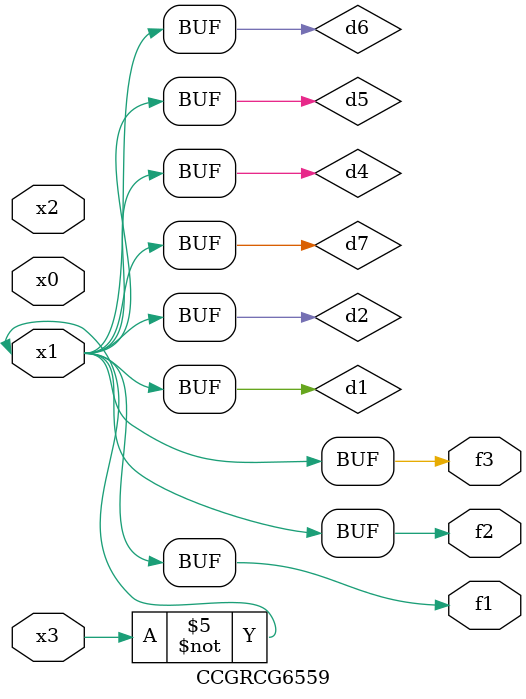
<source format=v>
module CCGRCG6559(
	input x0, x1, x2, x3,
	output f1, f2, f3
);

	wire d1, d2, d3, d4, d5, d6, d7;

	not (d1, x3);
	buf (d2, x1);
	xnor (d3, d1, d2);
	nor (d4, d1);
	buf (d5, d1, d2);
	buf (d6, d4, d5);
	nand (d7, d4);
	assign f1 = d6;
	assign f2 = d7;
	assign f3 = d6;
endmodule

</source>
